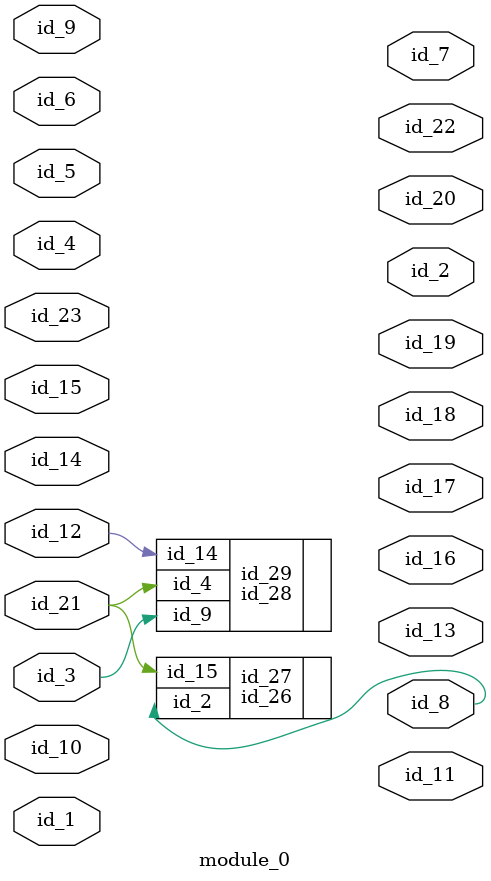
<source format=v>
module module_0 (
    id_1,
    id_2,
    id_3,
    id_4,
    id_5,
    id_6,
    id_7,
    id_8,
    id_9,
    id_10,
    id_11,
    id_12,
    id_13,
    id_14,
    id_15,
    id_16,
    id_17,
    id_18,
    id_19,
    id_20,
    id_21,
    id_22,
    id_23
);
  input id_23;
  output id_22;
  input id_21;
  output id_20;
  output id_19;
  output id_18;
  output id_17;
  output id_16;
  input id_15;
  input id_14;
  output id_13;
  input id_12;
  output id_11;
  input id_10;
  input id_9;
  output id_8;
  output id_7;
  input id_6;
  input id_5;
  input id_4;
  input id_3;
  output id_2;
  input id_1;
  id_24 id_25 (
      .id_3 (id_10),
      .id_22(id_10)
  );
  id_26 id_27 (
      .id_2 (id_8),
      .id_15(id_21)
  );
  id_28 id_29 (
      .id_14(id_12),
      .id_4 (id_21),
      .id_9 (id_3)
  );
endmodule

</source>
